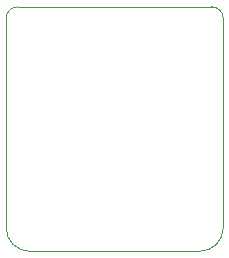
<source format=gbr>
G04 (created by PCBNEW (2013-may-18)-stable) date Wed 10 Dec 2014 10:55:01 AM CST*
%MOIN*%
G04 Gerber Fmt 3.4, Leading zero omitted, Abs format*
%FSLAX34Y34*%
G01*
G70*
G90*
G04 APERTURE LIST*
%ADD10C,0.00590551*%
%ADD11C,0.00393701*%
G04 APERTURE END LIST*
G54D10*
G54D11*
X77145Y-61279D02*
X82814Y-61279D01*
X76358Y-60492D02*
G75*
G03X77145Y-61279I787J0D01*
G74*
G01*
X76358Y-53523D02*
X76358Y-60492D01*
X76751Y-53129D02*
G75*
G03X76358Y-53523I0J-393D01*
G74*
G01*
X77145Y-53129D02*
X76748Y-53129D01*
X83602Y-60492D02*
X83602Y-53523D01*
X82814Y-61279D02*
G75*
G03X83602Y-60492I0J787D01*
G74*
G01*
X83602Y-53523D02*
G75*
G03X83208Y-53129I-393J0D01*
G74*
G01*
X82814Y-53129D02*
X83208Y-53129D01*
X82814Y-53129D02*
X77145Y-53129D01*
M02*

</source>
